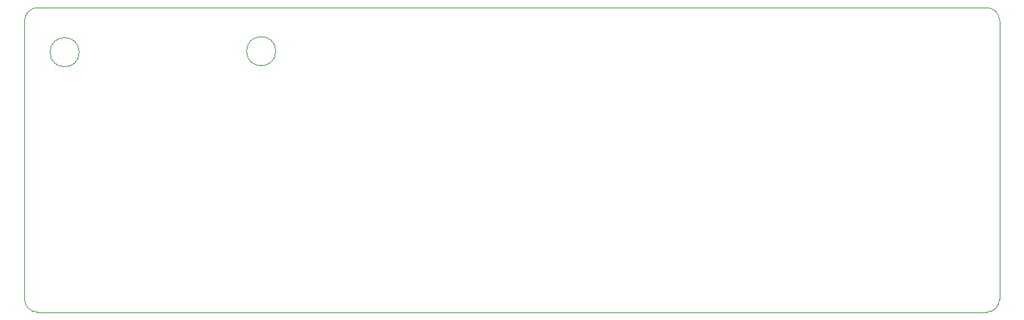
<source format=gbr>
G04 #@! TF.GenerationSoftware,KiCad,Pcbnew,(5.1.4)-1*
G04 #@! TF.CreationDate,2019-10-31T16:14:05-07:00*
G04 #@! TF.ProjectId,controller,636f6e74-726f-46c6-9c65-722e6b696361,rev?*
G04 #@! TF.SameCoordinates,Original*
G04 #@! TF.FileFunction,Profile,NP*
%FSLAX46Y46*%
G04 Gerber Fmt 4.6, Leading zero omitted, Abs format (unit mm)*
G04 Created by KiCad (PCBNEW (5.1.4)-1) date 2019-10-31 16:14:05*
%MOMM*%
%LPD*%
G04 APERTURE LIST*
%ADD10C,0.050000*%
G04 APERTURE END LIST*
D10*
X46359530Y-78486000D02*
G75*
G03X46359530Y-78486000I-1782530J0D01*
G01*
X70362530Y-78359000D02*
G75*
G03X70362530Y-78359000I-1782530J0D01*
G01*
X39687500Y-74612500D02*
G75*
G02X41275000Y-73025000I1587500J0D01*
G01*
X41275000Y-110331250D02*
G75*
G02X39687500Y-108743750I0J1587500D01*
G01*
X41275000Y-110331250D02*
X157162500Y-110331250D01*
X39687500Y-74612500D02*
X39687500Y-108743750D01*
X157162500Y-73025000D02*
X41275000Y-73025000D01*
X157162500Y-73025000D02*
G75*
G02X158750000Y-74612500I0J-1587500D01*
G01*
X158750000Y-108743750D02*
X158750000Y-74612500D01*
X158750000Y-108743750D02*
G75*
G02X157162500Y-110331250I-1587500J0D01*
G01*
M02*

</source>
